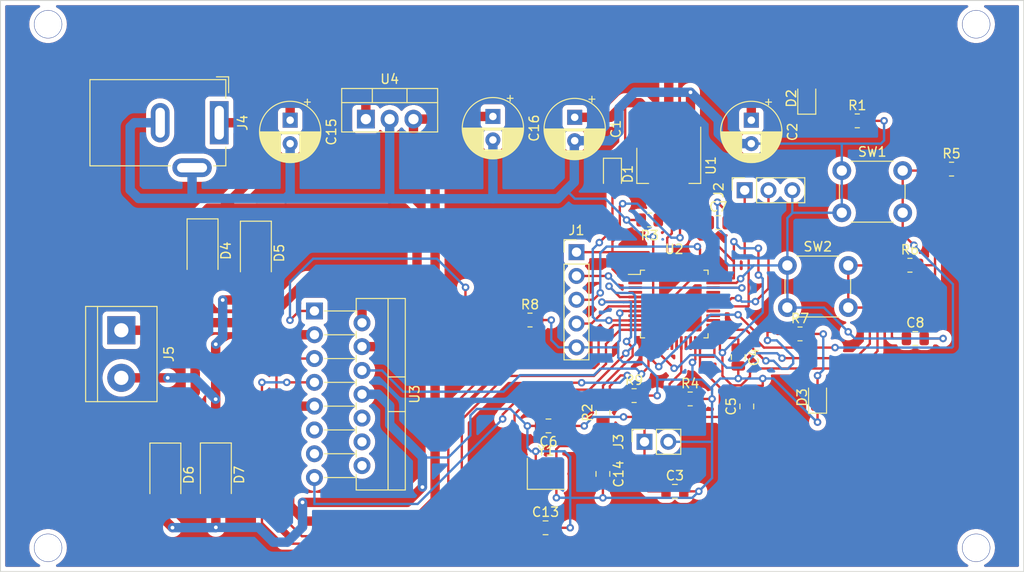
<source format=kicad_pcb>
(kicad_pcb (version 20211014) (generator pcbnew)
  (layers (0 "F.Cu" signal) (31 "B.Cu" signal) (34 "B.Paste" user) (35 "F.Paste" user) (36 "B.SilkS" user "B.Silkscreen") (37 "F.SilkS" user "F.Silkscreen") (38 "B.Mask" user) (39 "F.Mask" user) (44 "Edge.Cuts" user))
  (net 0 "")
  (net 1 "Net-(D2-Pad1)")
  (net 2 "GND")
  (net 3 "OSC_OUT")
  (net 4 "BOOT0")
  (net 5 "BOOT1")
  (net 6 "+3V3")
  (net 7 "DEBUG")
  (net 11 "NRST")
  (net 12 "Btn1")
  (net 13 "Btn2")
  (net 23 "USART1_TX")
  (net 24 "USART1_RX")
  (net 27 "SWDIO")
  (net 28 "SWCLK")
  (net 35 "VCC")
  (net 36 "OSC_IN")
  (net 37 "Net-(C1-Pad1)")
  (net 38 "Net-(C14-Pad1)")
  (net 39 "Net-(D3-Pad2)")
  (net 40 "+12V")
  (net 41 "Net-(D4-Pad2)")
  (net 42 "Net-(D5-Pad2)")
  (net 43 "Net-(R8-Pad1)")
  (net 45 "IN1")
  (net 46 "ENA")
  (net 47 "IN2")
  (net 55 "Net-(R9-Pad1)")
  (net 56 "+5V")
  (footprint "Package_TO_SOT_SMD:SOT-223-3_TabPin2" (layer "F.Cu") (at 104.35 60.8 -90)
    (fp_text reference "U1")
    (fp_text value "AMS1117-3.3")
  )
  (footprint "Resistor_SMD:R_0805_2012Metric" (layer "F.Cu") (at 118.36 78.77)
    (fp_text reference "R7")
    (fp_text value "10k")
  )
  (footprint "Package_TO_SOT_THT:TO-220-3_Vertical" (layer "F.Cu") (at 72.02 55.845)
    (fp_text reference "U4")
    (fp_text value "L7805")
  )
  (footprint "Resistor_SMD:R_0805_2012Metric" (layer "F.Cu") (at 106.6375 85.71)
    (fp_text reference "R4")
    (fp_text value "10k")
  )
  (footprint "Capacitor_SMD:C_0805_2012Metric" (layer "F.Cu") (at 112.68 86.51 90)
    (fp_text reference "C5")
    (fp_text value "100n")
  )
  (footprint "CourseProject_Borisov:SW_PUSH_6mm" (layer "F.Cu") (at 117.01 71.46)
    (fp_text reference "SW2")
    (fp_text value "SW_MEC_5E")
  )
  (footprint "Capacitor_SMD:C_0805_2012Metric" (layer "F.Cu") (at 111.77 81.24 -90)
    (fp_text reference "C4")
    (fp_text value "100n")
  )
  (footprint "Resistor_SMD:R_0805_2012Metric" (layer "F.Cu") (at 134.5325 61.18)
    (fp_text reference "R5")
    (fp_text value "10")
  )
  (footprint "Capacitor_SMD:C_0805_2012Metric" (layer "F.Cu") (at 105.004759 95.575)
    (fp_text reference "C3")
    (fp_text value "100n")
  )
  (footprint "Capacitor_SMD:C_0805_2012Metric" (layer "F.Cu") (at 97.32 93.715 -90)
    (fp_text reference "C14")
    (fp_text value "12")
  )
  (footprint "CourseProject_Borisov:SW_PUSH_6mm" (layer "F.Cu") (at 122.82 61.34)
    (fp_text reference "SW1")
    (fp_text value "SW_MEC_5E")
  )
  (footprint "Capacitor_SMD:C_0805_2012Metric" (layer "F.Cu") (at 109.63 66.89)
    (fp_text reference "C7")
    (fp_text value "100n")
  )
  (footprint "LED_SMD:LED_0805_2012Metric" (layer "F.Cu") (at 120.23 85.5475 90)
    (fp_text reference "D3")
    (fp_text value "DEBUG")
  )
  (footprint "Capacitor_SMD:C_0805_2012Metric" (layer "F.Cu") (at 91.2 99.465)
    (fp_text reference "C13")
    (fp_text value "12")
  )
  (footprint "Diode_SMD:D_SMA" (layer "F.Cu") (at 54.59 69.89 -90)
    (fp_text reference "D4")
    (fp_text value "D_Schottky")
  )
  (footprint "Resistor_SMD:R_0805_2012Metric" (layer "F.Cu") (at 130.0925 71.44)
    (fp_text reference "R6")
    (fp_text value "10")
  )
  (footprint "Capacitor_THT:CP_Radial_D6.3mm_P2.50mm" (layer "F.Cu") (at 63.94 55.96 -90)
    (fp_text reference "C15")
    (fp_text value "330n")
  )
  (footprint "Diode_SMD:D_SMA" (layer "F.Cu") (at 56.01 93.81 -90)
    (fp_text reference "D7")
    (fp_text value "D_Schottky")
  )
  (footprint "Diode_SMD:D_0805_2012Metric" (layer "F.Cu") (at 98.34 61.7075 -90)
    (fp_text reference "D1")
    (fp_text value "D_Schottky_Small")
  )
  (footprint "Capacitor_THT:CP_Radial_D6.3mm_P2.50mm" (layer "F.Cu") (at 94.31 55.65 -90)
    (fp_text reference "C1")
    (fp_text value "100n")
  )
  (footprint "LED_SMD:LED_0805_2012Metric" (layer "F.Cu") (at 119.08 53.6325 90)
    (fp_text reference "D2")
    (fp_text value "LED_Small")
  )
  (footprint "Capacitor_THT:CP_Radial_D6.3mm_P2.50mm" (layer "F.Cu") (at 113.16 55.96 -90)
    (fp_text reference "C2")
    (fp_text value "100n")
  )
  (footprint "Connector_PinSocket_2.54mm:PinSocket_1x03_P2.54mm_Vertical" (layer "F.Cu") (at 112.455 63.435 90)
    (fp_text reference "J2")
    (fp_text value "USART1")
  )
  (footprint "TerminalBlock:TerminalBlock_bornier-2_P5.08mm" (layer "F.Cu") (at 45.92 78.38 -90)
    (fp_text reference "J5")
    (fp_text value "Screw_Terminal_01x02")
  )
  (footprint "Capacitor_SMD:C_0805_2012Metric" (layer "F.Cu") (at 130.664759 79.26)
    (fp_text reference "C8")
    (fp_text value "100n")
  )
  (footprint "Crystal:Crystal_SMD_3225-4Pin_3.2x2.5mm" (layer "F.Cu") (at 91.254759 93.705)
    (fp_text reference "Y1")
    (fp_text value "16 MHz")
  )
  (footprint "Capacitor_THT:CP_Radial_D6.3mm_P2.50mm" (layer "F.Cu") (at 85.58 55.56 -90)
    (fp_text reference "C16")
    (fp_text value "100n")
  )
  (footprint "Connector_PinSocket_2.54mm:PinSocket_1x02_P2.54mm_Vertical" (layer "F.Cu") (at 101.76 90.285 90)
    (fp_text reference "J3")
    (fp_text value "3V3")
  )
  (footprint "Package_TO_SOT_THT:TO-220-15_P2.54x2.54mm_StaggerOdd_Lead4.58mm_Vertical" (layer "F.Cu") (at 66.53 76.32 -90)
    (fp_text reference "U3")
    (fp_text value "L298HN")
  )
  (footprint "Connector_PinHeader_2.54mm:PinHeader_1x05_P2.54mm_Vertical" (layer "F.Cu") (at 94.5 70.045)
    (fp_text reference "J1")
    (fp_text value "SWD")
  )
  (footprint "Diode_SMD:D_SMA" (layer "F.Cu") (at 60.28 70.14 -90)
    (fp_text reference "D5")
    (fp_text value "D_Schottky")
  )
  (footprint "Resistor_SMD:R_0805_2012Metric" (layer "F.Cu") (at 102.3175 66.61 180)
    (fp_text reference "R3")
    (fp_text value "10k")
  )
  (footprint "Resistor_SMD:R_0805_2012Metric" (layer "F.Cu") (at 89.54 77.29)
    (fp_text reference "R8")
    (fp_text value "10")
  )
  (footprint "Resistor_SMD:R_0805_2012Metric" (layer "F.Cu") (at 100.6525 85.355)
    (fp_text reference "R9")
    (fp_text value "10")
  )
  (footprint "Connector_BarrelJack:BarrelJack_GCT_DCJ200-10-A_Horizontal" (layer "F.Cu") (at 56.37 56.23 -90)
    (fp_text reference "J4")
    (fp_text value "Barrel_Jack_Switch")
  )
  (footprint "Package_QFP:LQFP-48_7x7mm_P0.5mm" (layer "F.Cu") (at 104.934759 75.58)
    (fp_text reference "U2")
    (fp_text value "STM32F103C8Tx")
  )
  (footprint "Resistor_SMD:R_0805_2012Metric" (layer "F.Cu") (at 124.4725 56.03)
    (fp_text reference "R1")
    (fp_text value "1k")
  )
  (footprint "Diode_SMD:D_SMA" (layer "F.Cu") (at 50.62 93.82 -90)
    (fp_text reference "D6")
    (fp_text value "D_Schottky")
  )
  (footprint "Capacitor_SMD:C_0805_2012Metric" (layer "F.Cu") (at 91.51 88.59 180)
    (fp_text reference "C6")
    (fp_text value "100n")
  )
  (footprint "Resistor_SMD:R_0805_2012Metric" (layer "F.Cu") (at 97.33 87.17 90)
    (fp_text reference "R2")
    (fp_text value "220")
  )
  (gr_rect (start 33.02 43.18) (end 142.24 104.14) (layer "Edge.Cuts") (width 0.1) (fill none))
  (via (at 137.16 45.72) (size 3) (drill 2.9) (layers "F.Cu" "B.Cu") (net 0))
  (via (at 38.1 101.6) (size 3) (drill 2.9) (layers "F.Cu" "B.Cu") (net 0))
  (via (at 38.1 45.72) (size 3) (drill 2.9) (layers "F.Cu" "B.Cu") (net 0))
  (via (at 137.16 101.6) (size 3) (drill 2.9) (layers "F.Cu" "B.Cu") (net 0))
  (segment (start 119.08 55.96) (end 119.15 56.03) (width 0.25) (layer "F.Cu") (net 1))
  (segment (start 119.15 56.03) (end 123.56 56.03) (width 0.25) (layer "F.Cu") (net 1))
  (segment (start 119.08 54.57) (end 119.08 55.96) (width 0.25) (layer "F.Cu") (net 1))
  (segment (start 102.69 71.412259) (end 102.684759 71.4175) (width 0.25) (layer "F.Cu") (net 2))
  (segment (start 114.38 83.53) (end 114.38 84.31) (width 0.25) (layer "F.Cu") (net 2))
  (segment (start 107.184759 79.7425) (end 107.184759 81.505241) (width 0.25) (layer "F.Cu") (net 2))
  (segment (start 99.3445 76.33) (end 99.12 76.5545) (width 0.25) (layer "F.Cu") (net 2))
  (segment (start 110.27 65.44) (end 110.27 65.49) (width 0.25) (layer "F.Cu") (net 2))
  (segment (start 90.56 88.59) (end 89.26 88.59) (width 0.25) (layer "F.Cu") (net 2))
  (segment (start 100.772259 76.33) (end 102 76.33) (width 0.25) (layer "F.Cu") (net 2))
  (segment (start 105.954759 95.575) (end 107.555 95.575) (width 0.25) (layer "F.Cu") (net 2))
  (segment (start 100.772259 76.33) (end 99.3445 76.33) (width 0.25) (layer "F.Cu") (net 2))
  (segment (start 92.15 99.465) (end 93.825 99.465) (width 0.25) (layer "F.Cu") (net 2))
  (segment (start 76.43 96.75) (end 78.06 95.12) (width 1) (layer "F.Cu") (net 2))
  (segment (start 93.825 99.465) (end 93.83 99.46) (width 0.25) (layer "F.Cu") (net 2))
  (segment (start 97.32 94.665) (end 97.32 96.27) (width 0.25) (layer "F.Cu") (net 2))
  (segment (start 50.62 95.82) (end 50.62 97.86) (width 1) (layer "F.Cu") (net 2))
  (segment (start 111.49 65.58) (end 111.76 65.85) (width 0.25) (layer "F.Cu") (net 2))
  (segment (start 111.76 66.64) (end 111.51 66.89) (width 0.25) (layer "F.Cu") (net 2))
  (segment (start 50.62 97.86) (end 50.62 98.69) (width 1) (layer "F.Cu") (net 2))
  (segment (start 111.77 82.19) (end 111.77 83.53) (width 0.25) (layer "F.Cu") (net 2))
  (segment (start 92.354759 96.254759) (end 92.36 96.26) (width 0.25) (layer "F.Cu") (net 2))
  (segment (start 102.684759 75.645241) (end 102.684759 71.4175) (width 0.25) (layer "F.Cu") (net 2))
  (segment (start 90.154759 92.855) (end 90.154759 91.304759) (width 0.25) (layer "F.Cu") (net 2))
  (segment (start 111.51 66.89) (end 110.58 66.89) (width 0.25) (layer "F.Cu") (net 2))
  (segment (start 107.555 95.575) (end 107.56 95.57) (width 0.25) (layer "F.Cu") (net 2))
  (segment (start 131.614759 79.26) (end 133.63 79.26) (width 0.25) (layer "F.Cu") (net 2))
  (segment (start 90.154759 91.304759) (end 90.15 91.3) (width 0.25) (layer "F.Cu") (net 2))
  (segment (start 106.67 52.98) (end 106.67 57.63) (width 1) (layer "F.Cu") (net 2))
  (segment (start 50.62 98.69) (end 51.38 99.45) (width 1) (layer "F.Cu") (net 2))
  (segment (start 106.67 57.63) (end 106.65 57.65) (width 1) (layer "F.Cu") (net 2))
  (segment (start 107.55 85.71) (end 108.97 85.71) (width 0.25) (layer "F.Cu") (net 2))
  (segment (start 112.68 84.31) (end 112.68 85.56) (width 0.25) (layer "F.Cu") (net 2))
  (segment (start 101.405 66.61) (end 99.85 66.61) (width 0.25) (layer "F.Cu") (net 2))
  (segment (start 56.01 99.42) (end 56.01 95.81) (width 1) (layer "F.Cu") (net 2))
  (segment (start 109.097259 73.33) (end 111.56639 73.33) (width 0.25) (layer "F.Cu") (net 2))
  (segment (start 65.26 96.75) (end 76.43 96.75) (width 1) (layer "F.Cu") (net 2))
  (segment (start 102.69 68.39) (end 102.69 71.412259) (width 0.25) (layer "F.Cu") (net 2))
  (segment (start 111.76 65.85) (end 111.76 66.64) (width 0.25) (layer "F.Cu") (net 2))
  (segment (start 101.565 85.355) (end 103.115 85.355) (width 0.25) (layer "F.Cu") (net 2))
  (segment (start 111.56639 73.33) (end 112.023213 72.873177) (width 0.25) (layer "F.Cu") (net 2))
  (segment (start 120.23 86.485) (end 120.23 88.19) (width 0.25) (layer "F.Cu") (net 2))
  (segment (start 92.354759 94.555) (end 92.354759 96.254759) (width 0.25) (layer "F.Cu") (net 2))
  (segment (start 125.385 56.03) (end 127.32 56.03) (width 0.25) (layer "F.Cu") (net 2))
  (segment (start 114.38 84.31) (end 112.68 84.31) (width 0.25) (layer "F.Cu") (net 2))
  (segment (start 107.184759 81.505241) (end 106.88 81.81) (width 0.25) (layer "F.Cu") (net 2))
  (segment (start 102 76.33) (end 102.684759 75.645241) (width 0.25) (layer "F.Cu") (net 2))
  (segment (start 90.4525 77.29) (end 91.81 77.29) (width 0.25) (layer "F.Cu") (net 2))
  (segment (start 109.54 64.71) (end 110.27 65.44) (width 0.25) (layer "F.Cu") (net 2))
  (segment (start 110.27 65.49) (end 110.36 65.58) (width 0.25) (layer "F.Cu") (net 2))
  (segment (start 110.36 65.58) (end 111.49 65.58) (width 0.25) (layer "F.Cu") (net 2))
  (segment (start 127.32 56.03) (end 127.33 56.02) (width 0.25) (layer "F.Cu") (net 2))
  (segment (start 103.115 85.355) (end 103.12 85.36) (width 0.25) (layer "F.Cu") (net 2))
  (via (at 133.63 79.26) (size 0.8) (drill 0.4) (layers "F.Cu" "B.Cu") (net 2))
  (via (at 108.97 85.71) (size 0.8) (drill 0.4) (layers "F.Cu" "B.Cu") (net 2))
  (via (at 107.56 95.57) (size 0.8) (drill 0.4) (layers "F.Cu" "B.Cu") (net 2))
  (via (at 102.69 68.39) (size 0.8) (drill 0.4) (layers "F.Cu" "B.Cu") (net 2))
  (via (at 90.15 91.3) (size 0.8) (drill 0.4) (layers "F.Cu" "B.Cu") (net 2))
  (via (at 89.26 88.59) (size 0.8) (drill 0.4) (layers "F.Cu" "B.Cu") (net 2))
  (via (at 109.54 64.71) (size 0.8) (drill 0.4) (layers "F.Cu" "B.Cu") (net 2))
  (via (at 112.023213 72.873177) (size 0.8) (drill 0.4) (layers "F.Cu" "B.Cu") (net 2))
  (via (at 93.83 99.46) (size 0.8) (drill 0.4) (layers "F.Cu" "B.Cu") (net 2))
  (via (at 65.26 96.75) (size 0.8) (drill 0.4) (layers "F.Cu" "B.Cu") (net 2))
  (via (at 97.32 96.27) (size 0.8) (drill 0.4) (layers "F.Cu" "B.Cu") (net 2))
  (via (at 99.12 76.5545) (size 0.8) (drill 0.4) (layers "F.Cu" "B.Cu") (net 2))
  (via (at 106.88 81.81) (size 0.8) (drill 0.4) (layers "F.Cu" "B.Cu") (net 2))
  (via (at 51.38 99.45) (size 0.8) (drill 0.4) (layers "F.Cu" "B.Cu") (net 2))
  (via (at 114.38 83.53) (size 0.8) (drill 0.4) (layers "F.Cu" "B.Cu") (net 2))
  (via (at 78.06 95.12) (size 0.8) (drill 0.4) (layers "F.Cu" "B.Cu") (net 2))
  (via (at 91.81 77.29) (size 0.8) (drill 0.4) (layers "F.Cu" "B.Cu") (net 2))
  (via (at 99.85 66.61) (size 0.8) (drill 0.4) (layers "F.Cu" "B.Cu") (net 2))
  (via (at 127.33 56.02) (size 0.8) (drill 0.4) (layers "F.Cu" "B.Cu") (net 2))
  (via (at 103.12 85.36) (size 0.8) (drill 0.4) (layers "F.Cu" "B.Cu") (net 2))
  (via (at 92.36 96.26) (size 0.8) (drill 0.4) (layers "F.Cu" "B.Cu") (net 2))
  (via (at 106.67 52.98) (size 0.8) (drill 0.4) (layers "F.Cu" "B.Cu") (net 2))
  (via (at 56.01 99.42) (size 0.8) (drill 0.4) (layers "F.Cu" "B.Cu") (net 2))
  (via (at 123.5 78.55) (size 0.8) (drill 0.4) (layers "F.Cu" "B.Cu") (net 2))
  (via (at 120.23 88.19) (size 0.8) (drill 0.4) (layers "F.Cu" "B.Cu") (net 2))
  (via (at 111.77 83.53) (size 0.8) (drill 0.4) (layers "F.Cu" "B.Cu") (net 2))
  (segment (start 93.41 63.42) (end 94.27 62.56) (width 1) (layer "B.Cu") (net 2))
  (segment (start 106.86 96.27) (end 107.56 95.57) (width 0.25) (layer "B.Cu") (net 2))
  (segment (start 93.83 96.27) (end 93.82 96.26) (width 0.25) (layer "B.Cu") (net 2))
  (segment (start 120.23 88.19) (end 120.18 88.19) (width 0.25) (layer "B.Cu") (net 2))
  (segment (start 108.97 94.16) (end 108.97 90.25) (width 0.25) (layer "B.Cu") (net 2))
  (segment (start 46.86 63.4) (end 47.77 64.31) (width 1) (layer "B.Cu") (net 2))
  (segment (start 74.56 88.437258) (end 74.56 86.44) (width 1) (layer "B.Cu") (net 2))
  (segment (start 93.83 91.89) (end 93.24 91.3) (width 0.25) (layer "B.Cu") (net 2))
  (segment (start 74.54 64.32) (end 74.56 64.34) (width 1) (layer "B.Cu") (net 2))
  (segment (start 101.63 68.39) (end 102.69 68.39) (width 0.25) (layer "B.Cu") (net 2))
  (segment (start 63.64 101) (end 65.26 99.38) (width 1) (layer "B.Cu") (net 2))
  (segment (start 85.58 64.34) (end 92.49 64.34) (width 1) (layer "B.Cu") (net 2))
  (segment (start 63.46 64.32) (end 74.54 64.32) (width 1) (layer "B.Cu") (net 2))
  (segment (start 117.57 65.84) (end 117.535 65.875) (width 0.25) (layer "B.Cu") (net 2))
  (segment (start 117.01 71.46) (end 117.01 66.4) (width 0.25) (layer "B.Cu") (net 2))
  (segment (start 78.06 91.9) (end 76.33 90.17) (width 1) (layer "B.Cu") (net 2))
  (segment (start 55.98 99.45) (end 56.01 99.42) (width 1) (layer "B.Cu") (net 2))
  (segment (start 78.06 95.12) (end 78.06 91.9) (width 1) (layer "B.Cu") (net 2))
  (segment (start 93.83 96.27) (end 93.83 91.89) (width 0.25) (layer "B.Cu") (net 2))
  (segment (start 103.12 85.36) (end 103.12 83.61) (width 0.25) (layer "B.Cu") (net 2))
  (segment (start 98.955 80.205) (end 94.5 80.205) (width 0.25) (layer "B.Cu") (net 2))
  (segment (start 108.97 85.71) (end 108.97 84.72) (width 0.25) (layer "B.Cu") (net 2))
  (segment (start 106.89 83.65) (end 106.88 83.64) (width 0.25) (layer "B.Cu") (net 2))
  (segment (start 113.43639 71.46) (end 117.01 71.46) (width 0.25) (layer "B.Cu") (net 2))
  (segment (start 87.45 86.78) (end 89.26 88.59) (width 0.25) (layer "B.Cu") (net 2))
  (segment (start 53.47 64.31) (end 63.45 64.31) (width 1) (layer "B.Cu") (net 2))
  (segment (start 78.12 91.96) (end 80.82 91.96) (width 0.25) (layer "B.Cu") (net 2))
  (segment (start 91.81 77.29) (end 91.81 79.42) (width 0.25) (layer "B.Cu") (net 2))
  (segment (start 106.89 83.65) (end 103.16 83.65) (width 0.25) (layer "B.Cu") (net 2))
  (segment (start 124.21 79.26) (end 123.5 78.55) (width 0.25) (layer "B.Cu") (net 2))
  (segment (start 60.57 99.42) (end 62.15 101) (width 1) (layer "B.Cu") (net 2))
  (segment (start 89.65 91.3) (end 90.15 91.3) (width 0.25) (layer "B.Cu") (net 2))
  (segment (start 94.31 58.15) (end 98.08 58.15) (width 1) (layer "B.Cu") (net 2))
  (segment (start 103.16 83.65) (end 103.12 83.61) (width 0.25) (layer "B.Cu") (net 2))
  (segment (start 99.12 79.47) (end 98.955 79.635) (width 0.25) (layer "B.Cu") (net 2))
  (segment (start 122.82 65.84) (end 117.57 65.84) (width 0.25) (layer "B.Cu") (net 2))
  (segment (start 99.85 66.61) (end 101.63 68.39) (width 0.25) (layer "B.Cu") (net 2))
  (segment (start 99.12 76.5545) (end 99.12 79.47) (width 0.25) (layer "B.Cu") (net 2))
  (segment (start 73.33 85.21) (end 71.61 85.21) (width 1) (layer "B.Cu") (net 2))
  (segment (start 98.955 81.295) (end 98.955 80.205) (width 0.25) (layer "B.Cu") (net 2))
  (segment (start 108.97 90.25) (end 108.97 85.71) (width 0.25) (layer "B.Cu") (net 2))
  (segment (start 104.3 90.285) (end 108.935 90.285) (width 0.25) (layer "B.Cu") (net 2))
  (segment (start 76.33 90.17) (end 78.12 91.96) (width 0.25) (layer "B.Cu") (net 2))
  (segment (start 83.18 87.46) (end 83.86 86.78) (width 0.25) (layer "B.Cu") (net 2))
  (segment (start 113.16 58.46) (end 122.65 58.46) (width 0.25) (layer "B.Cu") (net 2))
  (segment (start 46.86 56.68) (end 46.86 63.4) (width 1) (layer "B.Cu") (net 2))
  (segment (start 47.31 56.23) (end 46.86 56.68) (width 1) (layer "B.Cu") (net 2))
  (segment (start 62.15 101) (end 63.64 101) (width 1) (layer "B.Cu") (net 2))
  (segment (start 93.24 91.3) (end 90.15 91.3) (width 0.25) (layer "B.Cu") (net 2))
  (segment (start 110.42 71.11) (end 110.42 68.3) (width 0.25) (layer "B.Cu") (net 2))
  (segment (start 98.08 58.15) (end 99.03 57.2) (width 1) (layer "B.Cu") (net 2))
  (segment (start 93.41 63.42) (end 94.33 64.34) (width 0.25) (layer "B.Cu") (net 2))
  (segment (start 109.63 55.94) (end 106.67 52.98) (width 1) (layer "B.Cu") (net 2))
  (segment (start 109.86 83.53) (end 111.77 83.53) (width 0.25) (layer "B.Cu") (net 2))
  (segment (start 85.58 64.34) (end 85.58 58.06) (width 1) (layer "B.Cu") (net 2))
  (segment (start 110.73 58.46) (end 109.63 57.36) (width 1) (layer "B.Cu") (net 2))
  (segment (start 65.26 99.38) (end 65.26 96.75) (width 1) (layer "B.Cu") (net 2))
  (segment (start 122.82 61.34) (end 122.82 58.52) (width 0.25) (layer "B.Cu") (net 2))
  (segment (start 108.97 84.72) (end 107.9 83.65) (width 0.25) (layer "B.Cu") (net 2))
  (segment (start 50.07 56.23) (end 47.31 56.23) (width 1) (layer "B.Cu") (net 2))
  (segment (start 63.45 64.31) (end 63.46 64.32) (width 1) (layer "B.Cu") (net 2))
  (segment (start 117.01 66.4) (end 117.535 65.875) (width 0.25) (layer "B.Cu") (net 2))
  (segment (start 99.03 54.68) (end 100.73 52.98) (width 1) (layer "B.Cu") (net 2))
  (segment (start 98.955 79.635) (end 98.955 80.205) (width 0.25) (layer "B.Cu") (net 2))
  (segment (start 97.58 64.34) (end 99.85 66.61) (width 0.25) (layer "B.Cu") (net 2))
  (segment (start 127.33 56.02) (end 127.33 58.12) (width 0.25) (layer "B.Cu") (net 2))
  (segment (start 94.33 64.34) (end 97.58 64.34) (width 0.25) (layer "B.Cu") (net 2))
  (segment (start 103.12 83.41) (end 103.13 83.4) (width 0.25) (layer "B.Cu") (net 2))
  (segment (start 107.56 95.57) (end 108.97 94.16) (width 0.25) (layer "B.Cu") (net 2))
  (segment (start 93.82 96.26) (end 92.36 96.26) (width 0.25) (layer "B.Cu") (net 2))
  (segment (start 89.26 88.59) (end 89.26 90.91) (width 0.25) (layer "B.Cu") (net 2))
  (segment (start 83.86 86.78) (end 87.45 86.78) (width 0.25) (layer "B.Cu") (net 2))
  (segment (start 56.01 99.42) (end 60.57 99.42) (width 1) (layer "B.Cu") (net 2))
  (segment (start 76.292742 90.17) (end 74.56 88.437258) (width 1) (layer "B.Cu") (net 2))
  (segment (start 80.82 91.96) (end 83.18 89.6) (width 0.25) (layer "B.Cu") (net 2))
  (segment (start 122.82 58.52) (end 122.88 58.46) (width 0.25) (layer "B.Cu") (net 2))
  (segment (start 89.26 90.91) (end 89.65 91.3) (width 0.25) (layer "B.Cu") (net 2))
  (segment (start 63.94 63.82) (end 63.94 58.46) (width 1) (layer "B.Cu") (net 2))
  (segment (start 93.83 99.46) (end 93.83 96.27) (width 0.25) (layer "B.Cu") (net 2))
  (segment (start 120.91 75.96) (end 117.01 75.96) (width 0.25) (layer "B.Cu") (net 2))
  (segment (start 120.18 88.19) (end 115.52 83.53) (width 0.25) (layer "B.Cu") (net 2))
  (segment (start 122.88 58.46) (end 122.65 58.46) (width 0.25) (layer "B.Cu") (net 2))
  (segment (start 107.9 83.65) (end 106.89 83.65) (width 0.25) (layer "B.Cu") (net 2))
  (segment (start 108.97 84.42) (end 109.86 83.53) (width 0.25) (layer "B.Cu") (net 2))
  (segment (start 123.5 78.55) (end 120.91 75.96) (width 0.25) (layer "B.Cu") (net 2))
  (segment (start 100.73 52.98) (end 106.67 52.98) (width 1) (layer "B.Cu") (net 2))
  (segment (start 110.42 68.3) (end 109.54 67.42) (width 0.25) (layer "B.Cu") (net 2))
  (segment (start 91.81 79.42) (end 92.595 80.205) (width 0.25) (layer "B.Cu") (net 2))
  (segment (start 47.77 64.31) (end 53.47 64.31) (width 1) (layer "B.Cu") (net 2))
  (segment (start 51.38 99.45) (end 55.98 99.45) (width 1) (layer "B.Cu") (net 2))
  (segment (start 97.32 96.27) (end 106.86 96.27) (width 0.25) (layer "B.Cu") (net 2))
  (segment (start 122.82 65.84) (end 122.82 61.34) (width 0.25) (layer "B.Cu") (net 2))
  (segment (start 83.18 89.6) (end 83.18 87.46) (width 0.25) (layer "B.Cu") (net 2))
  (segment (start 103.13 83.4) (end 101.51 81.78) (width 0.25) (layer "B.Cu") (net 2))
  (segment (start 53.47 64.31) (end 53.47 61.03) (width 1) (layer "B.Cu") (net 2))
  (segment (start 76.33 90.17) (end 76.292742 90.17) (width 1) (layer "B.Cu") (net 2))
  (segment (start 94.27 58.19) (end 94.31 58.15) (width 1) (layer "B.Cu") (net 2))
  (segment (start 74.56 86.44) (end 73.33 85.21) (width 1) (layer "B.Cu") (net 2))
  (segment (start 133.63 79.26) (end 124.21 79.26) (width 0.25) (layer "B.Cu") (net 2))
  (segment (start 113.43639 71.46) (end 110.77 71.46) (width 0.25) (layer "B.Cu") (net 2))
  (segment (start 117.535 65.875) (end 117.535 63.435) (width 0.25) (layer "B.Cu") (net 2))
  (segment (start 108.97 84.72) (end 108.97 84.42) (width 0.25) (layer "B.Cu") (net 2))
  (segment (start 127.33 58.12) (end 126.99 58.46) (width 0.25) (layer "B.Cu") (net 2))
  (segment (start 111.77 83.53) (end 114.38 83.53) (width 0.25) (layer "B.Cu") (net 2))
  (segment (start 94.27 62.56) (end 94.27 58.19) (width 1) (layer "B.Cu") (net 2))
  (segment (start 74.56 64.34) (end 85.58 64.34) (width 1) (layer "B.Cu") (net 2))
  (segment (start 112.023213 72.873177) (end 113.43639 71.46) (width 0.25) (layer "B.Cu") (net 2))
  (segment (start 99.44 81.78) (end 98.955 81.295) (width 0.25) (layer "B.Cu") (net 2))
  (segment (start 110.77 71.46) (end 110.42 71.11) (width 0.25) (layer "B.Cu") (net 2))
  (segment (start 106.88 83.64) (end 106.88 81.81) (width 0.25) (layer "B.Cu") (net 2))
  (segment (start 126.99 58.46) (end 122.88 58.46) (width 0.25) (layer "B.Cu") (net 2))
  (segment (start 109.54 67.42) (end 109.54 64.71) (width 0.25) (layer "B.Cu") (net 2))
  (segment (start 63.45 64.31) (end 63.94 63.82) (width 1) (layer "B.Cu") (net 2))
  (segment (start 74.56 64.34) (end 74.56 55.845) (width 1) (layer "B.Cu") (net 2))
  (segment (start 117.01 71.46) (end 117.01 75.96) (width 0.25) (layer "B.Cu") (net 2))
  (segment (start 99.03 57.2) (end 99.03 54.68) (width 1) (layer "B.Cu") (net 2))
  (segment (start 113.16 58.46) (end 110.73 58.46) (width 1) (layer "B.Cu") (net 2))
  (segment (start 115.52 83.53) (end 114.38 83.53) (width 0.25) (layer "B.Cu") (net 2))
  (segment (start 92.49 64.34) (end 93.41 63.42) (width 1) (layer "B.Cu") (net 2))
  (segment (start 92.595 80.205) (end 94.5 80.205) (width 0.25) (layer "B.Cu") (net 2))
  (segment (start 108.935 90.285) (end 108.97 90.25) (width 0.25) (layer "B.Cu") (net 2))
  (segment (start 103.12 83.61) (end 103.12 83.41) (width 0.25) (layer "B.Cu") (net 2))
  (segment (start 97.32 96.27) (end 93.83 96.27) (width 0.25) (layer "B.Cu") (net 2))
  (segment (start 109.63 57.36) (end 109.63 55.94) (width 1) (layer "B.Cu") (net 2))
  (segment (start 101.51 81.78) (end 99.44 81.78) (width 0.25) (layer "B.Cu") (net 2))
  (segment (start 100.495 81.065) (end 100.494511 81.065489) (width 0.25) (layer "F.Cu") (net 3))
  (segment (start 99.8445 79.58) (end 100.495 80.2305) (width 0.25) (layer "F.Cu") (net 3))
  (segment (start 97.25979 75.33) (end 97.215884 75.373906) (width 0.25) (layer "F.Cu") (net 3))
  (segment (start 100.494511 81.130103) (end 97.33 84.294614) (width 0.25) (layer "F.Cu") (net 3))
  (segment (start 100.495 80.2305) (end 100.495 81.065) (width 0.25) (layer "F.Cu") (net 3))
  (segment (start 100.494511 81.065489) (end 100.494511 81.130103) (width 0.25) (layer "F.Cu") (net 3))
  (segment (start 97.33 84.294614) (end 97.33 86.2575) (width 0.25) (layer "F.Cu") (net 3))
  (segment (start 100.772259 75.33) (end 97.25979 75.33) (width 0.25) (layer "F.Cu") (net 3))
  (via (at 99.8445 79.58) (size 0.8) (drill 0.4) (layers "F.Cu" "B.Cu") (net 3))
  (via (at 97.215884 75.373906) (size 0.8) (drill 0.4) (layers "F.Cu" "B.Cu") (net 3))
  (segment (start 99.52 75.38) (end 100.32 75.38) (width 0.25) (layer "B.Cu") (net 3))
  (segment (start 100.32 79.1045) (end 99.8445 79.58) (width 0.25) (layer "B.Cu") (net 3))
  (segment (start 97.215884 75.373906) (end 99.513906 75.373906) (width 0.25) (layer "B.Cu") (net 3))
  (segment (start 99.513906 75.373906) (end 99.52 75.38) (width 0.25) (layer "B.Cu") (net 3))
  (segment (start 100.32 75.38) (end 100.32 79.1045) (width 0.25) (layer "B.Cu") (net 3))
  (segment (start 103.23 66.61) (end 104.31 66.61) (width 0.25) (layer "F.Cu") (net 4))
  (segment (start 104.68 66.98) (end 104.68 68.04) (width 0.25) (layer "F.Cu") (net 4))
  (segment (start 104.68 68.04) (end 104.184759 68.535241) (width 0.25) (layer "F.Cu") (net 4))
  (segment (start 104.31 66.61) (end 104.68 66.98) (width 0.25) (layer "F.Cu") (net 4))
  (segment (start 104.184759 68.535241) (end 104.184759 71.4175) (width 0.25) (layer "F.Cu") (net 4))
  (segment (start 104.44 84.11) (end 105.684759 82.865241) (width 0.25) (layer "F.Cu") (net 5))
  (segment (start 104.73 85.71) (end 104.44 85.42) (width 0.25) (layer "F.Cu") (net 5))
  (segment (start 105.684759 82.865241) (end 105.684759 79.7425) (width 0.25) (layer "F.Cu") (net 5))
  (segment (start 105.725 85.71) (end 104.73 85.71) (width 0.25) (layer "F.Cu") (net 5))
  (segment (start 104.44 85.42) (end 104.44 84.11) (width 0.25) (layer "F.Cu") (net 5))
  (segment (start 111.77 79.38) (end 111.58 79.19) (width 0.25) (layer "F.Cu") (net 6))
  (segment (start 108.68 66.89) (end 105.87 66.89) (width 0.25) (layer "F.Cu") (net 6))
  (segment (start 111.3 71.06) (end 111.3 72.83) (width 0.25) (layer "F.Cu") (net 6))
  (segment (start 136.45 61.18) (end 136.73 61.46) (width 0.25) (layer "F.Cu") (net 6))
  (segment (start 98.34 70.04) (end 98.35 70.05) (width 0.25) (layer "F.Cu") (net 6))
  (segment (start 111.58 79.19) (end 109.81 79.19) (width 0.25) (layer "F.Cu") (net 6))
  (segment (start 111.3 72.83) (end 109.097259 72.83) (width 0.25) (layer "F.Cu") (net 6))
  (segment (start 102.165 95.575) (end 104.054759 95.575) (width 0.25) (layer "F.Cu") (net 6))
  (segment (start 135.445 61.18) (end 136.45 61.18) (width 0.25) (layer "F.Cu") (net 6))
  (segment (start 136.73 61.46) (end 136.73 65.65) (width 0.25) (layer "F.Cu") (net 6))
  (segment (start 109.8 84.48) (end 109.8 87.55) (width 0.25) (layer "F.Cu") (net 6))
  (segment (start 128.31 77.39) (end 132.5 77.39) (width 0.25) (layer "F.Cu") (net 6))
  (segment (start 105.55 66.57) (end 105.55 68.5) (width 0.25) (layer "F.Cu") (net 6))
  (segment (start 102.84 76.83) (end 106.84 72.83) (width 0.25) (layer "F.Cu") (net 6))
  (segment (start 113.16 50.74) (end 113.16 55.96) (width 1) (layer "F.Cu") (net 6))
  (segment (start 124.78 82.46) (end 113.45 82.46) (width 0.25) (layer "F.Cu") (net 6))
  (segment (start 113.92 72.49) (end 113.92 69.63) (width 0.25) (layer "F.Cu") (net 6))
  (segment (start 105.87 66.89) (end 107.67 68.69) (width 0.25) (layer "F.Cu") (net 6))
  (segment (start 109.22 79.78) (end 109.22 81.14) (width 0.25) (layer "F.Cu") (net 6))
  (segment (start 109.154759 81.205241) (end 107.684759 81.205241) (width 0.25) (layer "F.Cu") (net 6))
  (segment (start 111.77 80.29) (end 111.77 79.38) (width 0.25) (layer "F.Cu") (net 6))
  (segment (start 132.77 71.44) (end 131.005 71.44) (width 0.25) (layer "F.Cu") (net 6))
  (segment (start 109.81 79.19) (end 109.22 79.78) (width 0.25) (layer "F.Cu") (net 6))
  (segment (start 132.77 69.6) (end 132.77 71.44) (width 0.25) (layer "F.Cu") (net 6))
  (segment (start 112.064614 84.26) (end 111.09 84.26) (width 0.25) (layer "F.Cu") (net 6))
  (segment (start 98.35 70.05) (end 98.345 70.045) (width 0.25) (layer "F.Cu") (net 6))
  (segment (start 99.43 64.87) (end 99.125 65.175) (width 0.25) (layer "F.Cu") (net 6))
  (segment (start 133.55 68.82) (end 132.77 69.6) (width 0.25) (layer "F.Cu") (net 6))
  (segment (start 104.37 65.39) (end 105.87 66.89) (width 0.25) (layer "F.Cu") (net 6))
  (segment (start 104.35 57.65) (end 104.35 63.95) (width 0.25) (layer "F.Cu") (net 6))
  (segment (start 109.8 87.55) (end 109.72 87.63) (width 0.25) (layer "F.Cu") (net 6))
  (segment (start 113.45 82.46) (end 113.02 82.89) (width 0.25) (layer "F.Cu") (net 6))
  (segment (start 132.77 77.12) (end 132.77 71.44) (width 0.25) (layer "F.Cu") (net 6))
  (segment (start 99.52 87.63) (end 101.74 87.63) (width 0.25) (layer "F.Cu") (net 6))
  (segment (start 119.08 51.01) (end 118.81 50.74) (width 0.25) (layer "F.Cu") (net 6))
  (segment (start 104.35 65.37) (end 104.37 65.39) (width 0.25) (layer "F.Cu") (net 6))
  (segment (start 106.84 72.83) (end 109.097259 72.83) (width 0.25) (layer "F.Cu") (net 6))
  (segment (start 109.81 80.5) (end 110.08 80.77) (width 0.25) (layer "F.Cu") (net 6))
  (segment (start 107.684759 81.205241) (end 107.684759 82.364759) (width 0.25) (layer "F.Cu") (net 6))
  (segment (start 111.09 84.26) (end 110.08 83.25) (width 0.25) (layer "F.Cu") (net 6))
  (segment (start 111.3 68.92) (end 111.3 71.06) (width 0.25) (layer "F.Cu") (net 6))
  (segment (start 101.76 90.285) (end 101.76 95.17) (width 0.25) (layer "F.Cu") (net 6))
  (segment (start 108.93 68.69) (end 111.3 71.06) (width 0.25) (layer "F.Cu") (net 6))
  (segment (start 109.22 81.14) (end 109.154759 81.205241) (width 0.25) (layer "F.Cu") (net 6))
  (segment (start 112.86 50.44) (end 113.16 50.74) (width 1) (layer "F.Cu") (net 6))
  (segment (start 136.73 65.65) (end 133.56 68.82) (width 0.25) (layer "F.Cu") (net 6))
  (segment (start 110.08 83.25) (end 110.08 80.77) (width 0.25) (layer "F.Cu") (net 6))
  (segment (start 110.95 88.86) (end 109.72 87.63) (width 0.25) (layer "F.Cu") (net 6))
  (segment (start 107.684759 82.364759) (end 109.8 84.48) (width 0.25) (layer "F.Cu") (net 6))
  (segment (start 104.35 63.95) (end 104.35 65.37) (width 0.25) (layer "F.Cu") (net 6))
  (segment (start 98.34 68.91) (end 98.34 70.04) (width 0.25) (layer "F.Cu") (net 6))
  (segment (start 118.81 50.74) (end 113.16 50.74) (width 0.25) (layer "F.Cu") (net 6))
  (segment (start 113.02 83.304614) (end 112.064614 84.26) (width 0.25) (layer "F.Cu") (net 6))
  (segment (start 126.63 77.9) (end 126.63 80.61) (width 0.25) (layer "F.Cu") (net 6))
  (segment (start 104.35 51.23) (end 105.14 50.44) (width 1) (layer "F.Cu") (net 6))
  (segment (start 101.76 95.17) (end 102.165 95.575) (width 0.25) (layer "F.Cu") (net 6))
  (segment (start 132.5 77.39) (end 132.77 77.12) (width 0.25) (layer "F.Cu") (net 6))
  (segment (start 112.68 87.46) (end 112.68 88.49) (width 0.25) (layer "F.Cu") (net 6))
  (segment (start 98.35 70.05) (end 102.18 70.05) (width 0.25) (layer "F.Cu") (net 6))
  (segment (start 99.32 72.83) (end 98.35 71.86) (width 0.25) (layer "F.Cu") (net 6))
  (segment (start 92.46 88.59) (end 95.33 88.59) (width 0.25) (layer "F.Cu") (net 6))
  (segment (start 109.81 79.19) (end 109.81 80.5) (width 0.25) (layer "F.Cu") (net 6))
  (segment (start 128.3 79.25) (end 128.17 79.12) (width 0.25) (layer "F.Cu") (net 6))
  (segment (start 98.35 71.86) (end 98.35 70.05) (width 0.25) (layer "F.Cu") (net 6))
  (segment (start 104.37 65.39) (end 105.55 66.57) (width 0.25) (layer "F.Cu") (net 6))
  (segment (start 112.68 88.49) (end 112.31 88.86) (width 0.25) (layer "F.Cu") (net 6))
  (segment (start 98.345 70.045) (end 94.5 70.045) (width 0.25) (layer "F.Cu") (net 6))
  (segment (start 128.17 79.12) (end 128.17 77.53) (width 0.25) (layer "F.Cu") (net 6))
  (segment (start 129.704759 79.25) (end 128.3 79.25) (width 0.25) (layer "F.Cu") (net 6))
  (segment (start 112.31 88.86) (end 110.95 88.86) (width 0.25) (layer "F.Cu") (net 6))
  (segment (start 107.684759 79.7425) (end 107.684759 81.205241) (width 0.25) (layer "F.Cu") (net 6))
  (segment (start 100.772259 72.83) (end 99.32 72.83) (width 0.25) (layer "F.Cu") (net 6))
  (segment (start 102.18 70.05) (end 102.184759 70.054759) (width 0.25) (layer "F.Cu") (net 6))
  (segment (start 100.772259 76.83) (end 102.84 76.83) (width 0.25) (layer "F.Cu") (net 6))
  (segment (start 128.31 77.39) (end 127.14 77.39) (width 0.25) (layer "F.Cu") (net 6))
  (segment (start 101.74 87.63) (end 101.76 87.65) (width 0.25) (layer "F.Cu") (net 6))
  (segment (start 133.56 68.82) (end 133.55 68.82) (width 0.25) (layer "F.Cu") (net 6))
  (segment (start 105.14 50.44) (end 112.86 50.44) (width 1) (layer "F.Cu") (net 6))
  (segment (start 127.14 77.39) (end 126.63 77.9) (width 0.25) (layer "F.Cu") (net 6))
  (segment (start 99.125 65.175) (end 99.125 68.125) (width 0.25) (layer "F.Cu") (net 6))
  (segment (start 119.08 52.695) (end 119.08 51.01) (width 0.25) (layer "F.Cu") (net 6))
  (segment (start 126.63 80.61) (end 124.78 82.46) (width 0.25) (layer "F.Cu") (net 6))
  (segment (start 101.76 87.65) (end 101.76 90.285) (width 0.25) (layer "F.Cu") (net 6))
  (segment (start 128.17 77.53) (end 128.31 77.39) (width 0.25) (layer "F.Cu") (net 6))
  (segment (start 99.125 68.125) (end 98.34 68.91) (width 0.25) (layer "F.Cu") (net 6))
  (segment (start 104.35 57.65) (end 104.35 51.23) (width 1) (layer "F.Cu") (net 6))
  (segment (start 102.184759 70.054759) (end 102.184759 71.4175) (width 0.25) (layer "F.Cu") (net 6))
  (segment (start 107.67 68.69) (end 108.93 68.69) (width 0.25) (layer "F.Cu") (net 6))
  (segment (start 129.714759 79.26) (end 129.704759 79.25) (width 0.25) (layer "F.Cu") (net 6))
  (segment (start 109.72 87.63) (end 101.74 87.63) (width 0.25) (layer "F.Cu") (net 6))
  (segment (start 113.02 82.89) (end 113.02 83.304614) (width 0.25) (layer "F.Cu") (net 6))
  (via (at 113.92 69.63) (size 0.8) (drill 0.4) (layers "F.Cu" "B.Cu") (net 6))
  (via (at 99.43 64.87) (size 0.8) (drill 0.4) (layers "F.Cu" "B.Cu") (net 6))
  (via (at 111.3 68.92) (size 0.8) (drill 0.4) (layers "F.Cu" "B.Cu") (net 6))
  (via (at 95.33 88.59) (size 0.8) (drill 0.4) (layers "F.Cu" "B.Cu") (net 6))
  (via (at 110.08 80.77) (size 0.8) (drill 0.4) (layers "F.Cu" "B.Cu") (net 6))
  (via (at 105.55 68.5) (size 0.8) (drill 0.4) (layers "F.Cu" "B.Cu") (net 6))
  (via (at 99.52 87.63) (size 0.8) (drill 0.4) (layers "F.Cu" "B.Cu") (net 6))
  (via (at 113.92 72.49) (size 0.8) (drill 0.4) (layers "F.Cu" "B.Cu") (net 6))
  (segment (start 110.08 80.77) (end 114.38 76.47) (width 0.25) (layer "B.Cu") (net 6))
  (segment (start 102.83 66.71) (end 100.99 64.87) (width 0.25) (layer "B.Cu") (net 6))
  (segment (start 100.99 64.87) (end 99.43 64.87) (width 0.25) (layer "B.Cu") (net 6))
  (segment (start 114.38 76.47) (end 114.38 72.87) (width 0.25) (layer "B.Cu") (net 6))
  (segment (start 114.38 72.87) (end 114 72.49) (width 0.25) (layer "B.Cu") (net 6))
  (segment (start 95.33 88.59) (end 96.29 87.63) (width 0.25) (layer "B.Cu") (net 6))
  (segment (start 112.01 69.63) (end 111.3 68.92) (width 0.25) (layer "B.Cu") (net 6))
  (segment (start 105.55 68.5) (end 104.62 68.5) (width 0.25) (layer "B.Cu") (net 6))
  (segment (start 104.62 68.5) (end 102.83 66.71) (width 0.25) (layer "B.Cu") (net 6))
  (segment (start 113.92 69.63) (end 112.01 69.63) (width 0.25) (layer "B.Cu") (net 6))
  (segment (start 96.29 87.63) (end 99.52 87.63) (width 0.25) (layer "B.Cu") (net 6))
  (segment (start 114 72.49) (end 113.92 72.49) (width 0.25) (layer "B.Cu") (net 6))
  (segment (start 114.9 78.54) (end 115.7 78.54) (width 0.25) (layer "F.Cu") (net 7))
  (segment (start 112.76 78.5) (end 113.19 78.93) (width 0.25) (layer "F.Cu") (net 7))
  (segment (start 114.89 78.55) (end 114.9 78.54) (width 0.25) (layer "F.Cu") (net 7))
  (segment (start 115.93 78.77) (end 117.4475 78.77) (width 0.25) (layer "F.Cu") (net 7))
  (segment (start 109.097259 78.33) (end 112.59 78.33) (width 0.25) (layer "F.Cu") (net 7))
  (segment (start 113.19 78.93) (end 113.19 80.2) (width 0.25) (layer "F.Cu") (net 7))
  (segment (start 114.89 79.46) (end 114.89 78.55) (width 0.25) (layer "F.Cu") (net 7))
  (segment (start 112.59 78.33) (end 112.76 78.5) (width 0.25) (layer "F.Cu") (net 7))
  (segment (start 113.19 80.2) (end 114.63 81.64) (width 0.25) (layer "F.Cu") (net 7))
  (segment (start 114.63 81.64) (end 114.72 81.64) (width 0.25) (layer "F.Cu") (net 7))
  (segment (start 115.7 78.54) (end 115.93 78.77) (width 0.25) (layer "F.Cu") (net 7))
  (via (at 114.72 81.64) (size 0.8) (drill 0.4) (layers "F.Cu" "B.Cu") (net 7))
  (via (at 114.89 79.46) (size 0.8) (drill 0.4) (layers "F.Cu" "B.Cu") (net 7))
  (segment (start 117.06 82.5) (end 117.63 81.93) (width 0.25) (layer "B.Cu") (net 7))
  (segment (start 117.02 80.6) (end 115.88 79.46) (width 0.25) (layer "B.Cu") (net 7))
  (segment (start 117.63 81.93) (end 117.63 81.21) (width 0.25) (layer "B.Cu") (net 7))
  (segment (start 117.63 81.21) (end 117.02 80.6) (width 0.25) (layer "B.Cu") (net 7))
  (segment (start 115.88 79.46) (end 114.89 79.46) (width 0.25) (layer "B.Cu") (net 7))
  (segment (start 115.54 81.64) (end 116.4 82.5) (width 0.25) (layer "B.Cu") (net 7))
  (segment (start 114.72 81.64) (end 115.54 81.64) (width 0.25) (layer "B.Cu") (net 7))
  (segment (start 116.4 82.5) (end 117.06 82.5) (width 0.25) (layer "B.Cu") (net 7))
  (segment (start 94.5 77.665) (end 96.105 77.665) (width 0.25) (layer "F.Cu") (net 11))
  (segment (start 96.105 77.665) (end 97.94 75.83) (width 0.25) (layer "F.Cu") (net 11))
  (segment (start 97.94 75.83) (end 100.772259 75.83) (width 0.25) (layer "F.Cu") (net 11))
  (segment (start 130.51 69.3) (end 129.32 68.11) (width 0.25) (layer "F.Cu") (net 12))
  (segment (start 133.62 61.18) (end 131.38 61.18) (width 0.25) (layer "F.Cu") (net 12))
  (segment (start 131.38 61.18) (end 131.21 61.35) (width 0.25) (layer "F.Cu") (net 12))
  (segment (start 102.684759 81.664759) (end 103.28 82.26) (width 0.25) (layer "F.Cu") (net 12))
  (segment (start 111.75 76.72) (end 113.73 78.7) (width 0.25) (layer "F.Cu") (net 12))
  (segment (start 131.2 61.34) (end 129.32 61.34) (width 0.25) (layer "F.Cu") (net 12))
  (segment (start 129.32 68.11) (end 129.32 65.84) (width 0.25) (layer "F.Cu") (net 12))
  (segment (start 131.21 61.35) (end 131.2 61.34) (width 0.25) (layer "F.Cu") (net 12))
  (segment (start 133.62 61.18) (end 133.61 61.19) (width 0.25) (layer "F.Cu") (net 12))
  (segment (start 114.51 80.23) (end 122.1 80.23) (width 0.25) (layer "F.Cu") (net 12))
  (segment (start 113.73 78.7) (end 113.73 79.45) (width 0.25) (layer "F.Cu") (net 12))
  (segment (start 129.32 65.84) (end 129.32 61.34) (width 0.25) (layer "F.Cu") (net 12))
  (segment (start 113.73 79.45) (end 114.51 80.23) (width 0.25) (layer "F.Cu") (net 12))
  (segment (start 102.684759 79.7425) (end 102.684759 81.664759) (width 0.25) (layer "F.Cu") (net 12))
  (via (at 111.75 76.72) (size 0.8) (drill 0.4) (layers "F.Cu" "B.Cu") (net 12))
  (via (at 103.28 82.26) (size 0.8) (drill 0.4) (layers "F.Cu" "B.Cu") (net 12))
  (via (at 130.51 69.3) (size 0.8) (drill 0.4) (layers "F.Cu" "B.Cu") (net 12))
  (via (at 122.1 80.23) (size 0.8) (drill 0.4) (layers "F.Cu" "B.Cu") (net 12))
  (segment (start 134.56 80.23) (end 134.68 80.11) (width 0.25) (layer "B.Cu") (net 12))
  (segment (start 134.68 80.11) (end 134.68 73.47) (width 0.25) (layer "B.Cu") (net 12))
  (segment (start 122.1 80.23) (end 134.56 80.23) (width 0.25) (layer "B.Cu") (net 12))
  (segment (start 134.68 73.47) (end 130.51 69.3) (width 0.25) (layer "B.Cu") (net 12))
  (segment (start 103.28 82.26) (end 108.82 76.72) (width 0.25) (layer "B.Cu") (net 12))
  (segment (start 108.82 76.72) (end 111.75 76.72) (width 0.25) (layer "B.Cu") (net 12))
  (segment (start 125.48 75.96) (end 125.81 76.29) (width 0.25) (layer "F.Cu") (net 13))
  (segment (start 103.184759 80.704759) (end 104.92 82.44) (width 0.25) (layer "F.Cu") (net 13))
  (segment (start 124.28 81.36) (end 116.44 81.36) (width 0.25) (layer "F.Cu") (net 13))
  (segment (start 123.51 71.46) (end 129.16 71.46) (width 0.25) (layer "F.Cu") (net 13))
  (segment (start 103.184759 79.7425) (end 103.184759 80.704759) (width 0.25) (layer "F.Cu") (net 13))
  (segment (start 123.51 71.46) (end 123.51 75.96) (width 0.25) (layer "F.Cu") (net 13))
  (segment (start 129.16 71.46) (end 129.18 71.44) (width 0.25) (layer "F.Cu") (net 13))
  (segment (start 125.81 76.29) (end 125.81 79.83) (width 0.25) (layer "F.Cu") (net 13))
  (segment (start 123.51 75.96) (end 125.48 75.96) (width 0.25) (layer "F.Cu") (net 13))
  (segment (start 125.81 79.83) (end 124.28 81.36) (width 0.25) (layer "F.Cu") (net 13))
  (via (at 116.44 81.36) (size 0.8) (drill 0.4) (layers "F.Cu" "B.Cu") (net 13))
  (via (at 104.92 82.44) (size 0.8) (drill 0.4) (layers "F.Cu" "B.Cu") (net 13))
  (segment (start 116.44 81.36) (end 116.35 81.45) (width 0.25) (layer "B.Cu") (net 13))
  (segment (start 115.91 80.83) (end 116.44 81.36) (width 0.25) (layer "B.Cu") (net 13))
  (segment (start 104.92 82.44) (end 105.225386 82.44) (width 0.25) (layer "B.Cu") (net 13))
  (segment (start 113.64 80.83) (end 115.91 80.83) (width 0.25) (layer "B.Cu") (net 13))
  (segment (start 106.635386 81.03) (end 109.19 81.03) (width 0.25) (layer "B.Cu") (net 13))
  (segment (start 112.09 82.38) (end 113.64 80.83) (width 0.25) (layer "B.Cu") (net 13))
  (segment (start 105.225386 82.44) (end 106.635386 81.03) (width 0.25) (layer "B.Cu") (net 13))
  (segment (start 110.54 82.38) (end 112.09 82.38) (width 0.25) (layer "B.Cu") (net 13))
  (segment (start 109.19 81.03) (end 110.54 82.38) (width 0.25) (layer "B.Cu") (net 13))
  (segment (start 112.83 75.83) (end 109.097259 75.83) (width 0.25) (layer "F.Cu") (net 23))
  (segment (start 112.455 63.435) (end 112.455 70.345) (width 0.25) (layer "F.Cu") (net 23))
  (segment (start 112.876344 75.783656) (end 112.83 75.83) (width 0.25) (layer "F.Cu") (net 23))
  (segment (start 112.455 70.345) (end 112.876344 70.766344) (width 0.25) (layer "F.Cu") (net 23))
  (segment (start 112.876344 70.766344) (end 112.876344 75.783656) (width 0.25) (layer "F.Cu") (net 23))
  (segment (start 114.995 73.925844) (end 113.600844 75.32) (width 0.25) (layer "F.Cu") (net 24))
  (segment (start 114.995 63.435) (end 114.995 73.925844) (width 0.25) (layer "F.Cu") (net 24))
  (segment (start 111.06 74.95) (end 110.68 75.33) (width 0.25) (layer "F.Cu") (net 24))
  (segment (start 110.68 75.33) (end 109.097259 75.33) (width 0.25) (layer "F.Cu") (net 24))
  (segment (start 111.78 74.95) (end 111.06 74.95) (width 0.25) (layer "F.Cu") (net 24))
  (via (at 111.78 74.95) (size 0.8) (drill 0.4) (layers "F.Cu" "B.Cu") (net 24))
  (via (at 113.600844 75.32) (size 0.8) (drill 0.4) (layers "F.Cu" "B.Cu") (net 24))
  (segment (start 112.15 75.32) (end 111.78 74.95) (width 0.25) (layer "B.Cu") (net 24))
  (segment (start 113.600844 75.32) (end 112.15 75.32) (width 0.25) (layer "B.Cu") (net 24))
  (segment (start 112.116911 73.83) (end 112.151344 73.864433) (width 0.25) (layer "F.Cu") (net 27))
  (segment (start 97.91 72.59) (end 97.905 72.585) (width 0.25) (layer "F.Cu") (net 27))
  (segment (start 109.097259 73.83) (end 112.116911 73.83) (width 0.25) (layer "F.Cu") (net 27))
  (segment (start 97.905 72.585) (end 94.5 72.585) (width 0.25) (layer "F.Cu") (net 27))
  (via (at 112.151344 73.864433) (size 0.8) (drill 0.4) (layers "F.Cu" "B.Cu") (net 27))
  (via (at 97.91 72.59) (size 0.8) (drill 0.4) (layers "F.Cu" "B.Cu") (net 27))
  (segment (start 99.16 73.84) (end 97.91 72.59) (width 0.25) (layer "B.Cu") (net 27))
  (segment (start 112.126911 73.84) (end 106.67 73.84) (width 0.25) (layer "B.Cu") (net 27))
  (segment (start 112.151344 73.864433) (end 112.126911 73.84) (width 0.25) (layer "B.Cu") (net 27))
  (segment (start 106.67 73.84) (end 99.16 73.84) (width 0.25) (layer "B.Cu") (net 27))
  (segment (start 96.305 75.125) (end 94.5 75.125) (width 0.25) (layer "F.Cu") (net 28))
  (segment (start 97.04 74.39) (end 96.305 75.125) (width 0.25) (layer "F.Cu") (net 28))
  (segment (start 107.684759 71.4175) (end 107.684759 69.724759) (width 0.25) (layer "F.Cu") (net 28))
  (segment (start 107.684759 69.724759) (end 107.41 69.45) (width 0.25) (layer "F.Cu") (net 28))
  (via (at 107.41 69.45) (size 0.8) (drill 0.4) (layers "F.Cu" "B.Cu") (net 28))
  (via (at 97.04 74.39) (size 0.8) (drill 0.4) (layers "F.Cu" "B.Cu") (net 28))
  (segment (start 97.72 69.45) (end 107.41 69.45) (width 0.25) (layer "B.Cu") (net 28))
  (segment (start 97.04 74.39) (end 97.04 70.13) (width 0.25) (layer "B.Cu") (net 28))
  (segment (start 97.04 70.13) (end 97.72 69.45) (width 0.25) (layer "B.Cu") (net 28))
  (segment (start 98.34 67.62) (end 96.94 69.02) (width 0.25) (layer "F.Cu") (net 35))
  (segment (start 97.96 77.33) (end 100.772259 77.33) (width 0.25) (layer "F.Cu") (net 35))
  (segment (start 98.34 62.645) (end 98.34 67.62) (width 0.25) (layer "F.Cu") (net 35))
  (via (at 97.96 77.33) (size 0.8) (drill 0.4) (layers "F.Cu" "B.Cu") (net 35))
  (via (at 96.94 69.02) (size 0.8) (drill 0.4) (layers "F.Cu" "B.Cu") (net 35))
  (segment (start 96.24 76.95) (end 96.62 77.33) (width 0.25) (layer "B.Cu") (net 35))
  (segment (start 96.24 69.72) (end 96.24 76.95) (width 0.25) (layer "B.Cu") (net 35))
  (segment (start 96.62 77.33) (end 97.96 77.33) (width 0.25) (layer "B.Cu") (net 35))
  (segment (start 96.94 69.02) (end 96.24 69.72) (width 0.25) (layer "B.Cu") (net 35))
  (segment (start 98.74 74.444598) (end 98.74 74.45) (width 0.25) (layer "F.Cu") (net 36))
  (segment (start 88.83 99.22) (end 88.83 96.91) (width 0.25) (layer "F.Cu") (net 36))
  (segment (start 90.154759 96.535241) (end 90.154759 94.555) (width 0.25) (layer "F.Cu") (net 36))
  (segment (start 88.83 96.91) (end 89.78 96.91) (width 0.25) (layer "F.Cu") (net 36))
  (segment (start 89.075 99.465) (end 88.83 99.22) (width 0.25) (layer "F.Cu") (net 36))
  (segment (start 95.88 84.72) (end 99.77 80.83) (width 0.25) (layer "F.Cu") (net 36))
  (segment (start 90.52 84.72) (end 95.88 84.72) (width 0.25) (layer "F.Cu") (net 36))
  (segment (start 90.25 99.465) (end 89.075 99.465) (width 0.25) (layer "F.Cu") (net 36))
  (segment (start 97.972701 73.677299) (end 98.74 74.444598) (width 0.25) (layer "F.Cu") (net 36))
  (segment (start 87.89 87.35) (end 90.52 84.72) (width 0.25) (layer "F.Cu") (net 36))
  (segment (start 87.89 96.66) (end 87.89 87.35) (width 0.25) (layer "F.Cu") (net 36))
  (segment (start 88.83 96.91) (end 88.14 96.91) (width 0.25) (layer "F.Cu") (net 36))
  (segment (start 99.12 74.83) (end 100.772259 74.83) (width 0.25) (layer "F.Cu") (net 36))
  (segment (start 98.74 74.45) (end 99.12 74.83) (width 0.25) (layer "F.Cu") (net 36))
  (segment (start 88.14 96.91) (end 87.89 96.66) (width 0.25) (layer "F.Cu") (net 36))
  (segment (start 89.78 96.91) (end 90.154759 96.535241) (width 0.25) (layer "F.Cu") (net 36))
  (via (at 99.77 80.83) (size 0.8) (drill 0.4) (layers "F.Cu" "B.Cu") (net 36))
  (via (at 97.972701 73.677299) (size 0.8) (drill 0.4) (layers "F.Cu" "B.Cu") (net 36))
  (segment (start 98.695402 74.4) (end 100.48 74.4) (width 0.25) (layer "B.Cu") (net 36))
  (segment (start 100.77 74.69) (end 100.77 79.83) (width 0.25) (layer "B.Cu") (net 36))
  (segment (start 100.48 74.4) (end 100.77 74.69) (width 0.25) (layer "B.Cu") (net 36))
  (segment (start 100.77 79.83) (end 99.77 80.83) (width 0.25) (layer "B.Cu") (net 36))
  (segment (start 97.972701 73.677299) (end 98.695402 74.4) (width 0.25) (layer "B.Cu") (net 36))
  (segment (start 101.26 54.09) (end 102.05 54.88) (width 1) (layer "F.Cu") (net 37))
  (segment (start 102.05 54.88) (end 102.05 57.65) (width 1) (layer "F.Cu") (net 37))
  (segment (start 94.31 55.65) (end 98.14 55.65) (width 1) (layer "F.Cu") (net 37))
  (segment (start 99.7 58.57) (end 99.7 54.09) (width 0.25) (layer "F.Cu") (net 37))
  (segment (start 98.34 60.77) (end 98.34 59.93) (width 0.25) (layer "F.Cu") (net 37))
  (segment (start 99.7 54.09) (end 101.26 54.09) (width 1) (layer "F.Cu") (net 37))
  (segment (start 98.14 55.65) (end 99.7 54.09) (width 1) (layer "F.Cu") (net 37))
  (segment (start 98.34 59.93) (end 99.7 58.57) (width 0.25) (layer "F.Cu") (net 37))
  (segment (start 97.32 92.765) (end 97.32 90.74) (width 0.25) (layer "F.Cu") (net 38))
  (segment (start 97.32 90.74) (end 92.68 90.74) (width 0.25) (layer "F.Cu") (net 38))
  (segment (start 97.33 88.0825) (end 97.33 90.73) (width 0.25) (layer "F.Cu") (net 38))
  (segment (start 92.68 90.74) (end 92.34 91.08) (width 0.25) (layer "F.Cu") (net 38))
  (segment (start 97.33 90.73) (end 97.32 90.74) (width 0.25) (layer "F.Cu") (net 38))
  (segment (start 92.34 91.08) (end 92.354759 91.094759) (width 0.25) (layer "F.Cu") (net 38))
  (segment (start 92.354759 91.094759) (end 92.354759 92.855) (width 0.25) (layer "F.Cu") (net 38))
  (segment (start 119.2725 78.77) (end 120.83 78.77) (width 0.25) (layer "F.Cu") (net 39))
  (segment (start 120.83 78.77) (end 120.84 78.78) (width 0.25) (layer "F.Cu") (net 39))
  (segment (start 120.23 83.22) (end 120.23 84.61) (width 0.25) (layer "F.Cu") (net 39))
  (via (at 120.23 83.22) (size 0.8) (drill 0.4) (layers "F.Cu" "B.Cu") (net 39))
  (via (at 120.84 78.78) (size 0.8) (drill 0.4) (layers "F.Cu" "B.Cu") (net 39))
  (segment (start 120.84 82.61) (end 120.23 83.22) (width 0.25) (layer "B.Cu") (net 39))
  (segment (start 120.84 78.78) (end 120.84 82.61) (width 0.25) (layer "B.Cu") (net 39))
  (segment (start 63.74 52.12) (end 63.94 52.32) (width 1) (layer "F.Cu") (net 40))
  (segment (start 59.84 52.12) (end 63.74 52.12) (width 1) (layer "F.Cu") (net 40))
  (segment (start 60.36 65.34) (end 76.09 65.34) (width 1) (layer "F.Cu") (net 40))
  (segment (start 76.82 80.13) (end 71.61 80.13) (width 1) (layer "F.Cu") (net 40))
  (segment (start 72.01 51.33) (end 72.02 51.32) (width 1) (layer "F.Cu") (net 40))
  (segment (start 77.48 66.73) (end 77.48 79.47) (width 1) (layer "F.Cu") (net 40))
  (segment (start 54.59 65.96) (end 55.2 65.35) (width 1) (layer "F.Cu") (net 40))
  (segment (start 67.38 51.33) (end 72.01 51.33) (width 1) (layer "F.Cu") (net 40))
  (segment (start 77.48 79.47) (end 76.82 80.13) (width 1) (layer "F.Cu") (net 40))
  (segment (start 56.73 65.35) (end 59.46 62.62) (width 1) (layer "F.Cu") (net 40))
  (segment (start 55.2 65.35) (end 56.73 65.35) (width 1) (layer "F.Cu") (net 40))
  (segment (start 63.94 52.32) (end 63.94 55.96) (width 1) (layer "F.Cu") (net 40))
  (segment (start 59.46 62.62) (end 59.46 56.23) (width 1) (layer "F.Cu") (net 40))
  (segment (start 56.73 65.35) (end 60.21 65.35) (width 1) (layer "F.Cu") (net 40))
  (segment (start 63.94 52.32) (end 66.39 52.32) (width 1) (layer "F.Cu") (net 40))
  (segment (start 60.28 65.42) (end 60.36 65.34) (width 1) (layer "F.Cu") (net 40))
  (segment (start 59.46 56.23) (end 59.46 52.5) (width 1) (layer "F.Cu") (net 40))
  (segment (start 76.09 65.34) (end 77.48 66.73) (width 1) (layer "F.Cu") (net 40))
  (segment (start 72.02 51.32) (end 72.02 55.845) (width 1) (layer "F.Cu") (net 40))
  (segment (start 60.28 65.42) (end 60.28 68.14) (width 1) (layer "F.Cu") (net 40))
  (segment (start 54.59 67.89) (end 54.59 65.96) (width 1) (layer "F.Cu") (net 40))
  (segment (start 59.46 52.5) (end 59.84 52.12) (width 1) (layer "F.Cu") (net 40))
  (segment (start 66.39 52.32) (end 67.38 51.33) (width 1) (layer "F.Cu") (net 40))
  (segment (start 60.21 65.35) (end 60.28 65.42) (width 1) (layer "F.Cu") (net 40))
  (segment (start 59.46 56.23) (end 56.37 56.23) (width 1) (layer "F.Cu") (net 40))
  (segment (start 61.22 77.57) (end 54.6 77.57) (width 1) (layer "F.Cu") (net 41))
  (segment (start 71.61 77.59) (end 71.61 73.91) (width 1) (layer "F.Cu") (net 41))
  (segment (start 50.62 88.18) (end 53.80952 84.99048) (width 1) (layer "F.Cu") (net 41))
  (segment (start 53.80952 84.99048) (end 53.80952 82.983142) (width 1) (layer "F.Cu") (net 41))
  (segment (start 50.62 91.82) (end 50.62 88.18) (width 1) (layer "F.Cu") (net 41))
  (segment (start 54.6 77.57) (end 54.59 77.58) (width 1) (layer "F.Cu") (net 41))
  (segment (start 54.59 77.58) (end 53.79 78.38) (width 1) (layer "F.Cu") (net 41))
  (segment (start 70.76 73.06) (end 65.73 73.06) (width 1) (layer "F.Cu") (net 41))
  (segment (start 53.79 78.38) (end 45.92 78.38) (width 1) (layer "F.Cu") (net 41))
  (segment (start 54.59 71.89) (end 54.59 77.58) (width 1) (layer "F.Cu") (net 41))
  (segment (start 53.79 82.963622) (end 53.79 78.38) (width 1) (layer "F.Cu") (net 41))
  (segment (start 65.73 73.06) (end 61.22 77.57) (width 1) (layer "F.Cu") (net 41))
  (segment (start 71.61 73.91) (end 70.76 73.06) (width 1) (layer "F.Cu") (net 41))
  (segment (start 53.80952 82.983142) (end 53.79 82.963622) (width 1) (layer "F.Cu") (net 41))
  (segment (start 55.99 82.09) (end 55.99 82.13) (width 1) (layer "F.Cu") (net 42))
  (segment (start 60.28 74.06) (end 60.28 72.14) (width 1) (layer "F.Cu") (net 42))
  (segment (start 50.87 83.46) (end 45.92 83.46) (width 1) (layer "F.Cu") (net 42))
  (segment (start 66.53 78.86) (end 63.98 78.86) (width 1) (layer "F.Cu") (net 42))
  (segment (start 55.99 82.13) (end 55.99 85.74) (width 1) (layer "F.Cu") (net 42))
  (segment (start 55.99 91.79) (end 56.01 91.81) (width 1) (layer "F.Cu") (net 42))
  (segment (start 55.99 85.74) (end 55.99 91.79) (width 1) (layer "F.Cu") (net 42))
  (segment (start 63.98 78.86) (end 62.54 80.3) (width 1) (layer "F.Cu") (net 42))
  (segment (start 56 79.87) (end 55.99 79.88) (width 1) (layer "F.Cu") (net 42))
  (segment (start 57.78 80.3) (end 55.99 82.09) (width 1) (layer "F.Cu") (net 42))
  (segment (start 55.99 79.88) (end 55.99 82.13) (width 1) (layer "F.Cu") (net 42))
  (segment (start 56.74 75.15) (end 59.19 75.15) (width 1) (layer "F.Cu") (net 42))
  (segment (start 62.54 80.3) (end 57.78 80.3) (width 1) (layer "F.Cu") (net 42))
  (segment (start 59.19 75.15) (end 60.28 74.06) (width 1) (layer "F.Cu") (net 42))
  (via (at 56.74 75.15) (size 0.8) (drill 0.4) (layers "F.Cu" "B.Cu") (net 42))
  (via (at 50.87 83.46) (size 0.8) (drill 0.4) (layers "F.Cu" "B.Cu") (net 42))
  (via (at 55.99 85.74) (size 0.8) (drill 0.4) (layers "F.Cu" "B.Cu") (net 42))
  (via (at 56 79.87) (size 0.8) (drill 0.4) (layers "F.Cu" "B.Cu") (net 42))
  (segment (start 53.71 83.46) (end 55.99 85.74) (width 1) (layer "B.Cu") (net 42))
  (segment (start 56.74 75.15) (end 56.74 79.13) (width 1) (layer "B.Cu") (net 42))
  (segment (start 56.74 79.13) (end 56 79.87) (width 1) (layer "B.Cu") (net 42))
  (segment (start 50.87 83.46) (end 53.71 83.46) (width 1) (layer "B.Cu") (net 42))
  (segment (start 64.91 76.32) (end 63.92 77.31) (width 0.25) (layer "F.Cu") (net 43))
  (segment (start 82.66 73.8) (end 82.65 73.81) (width 0.25) (layer "F.Cu") (net 43))
  (segment (start 82.65 73.81) (end 82.65 75.72) (width 0.25) (layer "F.Cu") (net 43))
  (segment (start 82.65 75.72) (end 84.22 77.29) (width 0.25) (layer "F.Cu") (net 43))
  (segment (start 66.53 76.32) (end 64.91 76.32) (width 0.25) (layer "F.Cu") (net 43))
  (segment (start 84.22 77.29) (end 88.6275 77.29) (width 0.25) (layer "F.Cu") (net 43))
  (via (at 82.66 73.8) (size 0.8) (drill 0.4) (layers "F.Cu" "B.Cu") (net 43))
  (via (at 63.92 77.31) (size 0.8) (drill 0.4) (layers "F.Cu" "B.Cu") (net 43))
  (segment (start 79.6 70.74) (end 82.66 73.8) (width 0.25) (layer "B.Cu") (net 43))
  (segment (start 63.92 77.31) (end 63.92 73.22) (width 0.25) (layer "B.Cu") (net 43))
  (segment (start 63.92 73.22) (end 66.4 70.74) (width 0.25) (layer "B.Cu") (net 43))
  (segment (start 66.4 70.74) (end 79.6 70.74) (width 0.25) (layer "B.Cu") (net 43))
  (segment (start 96.42 82.41) (end 85.37 82.41) (width 0.25) (layer "F.Cu") (net 45))
  (segment (start 80.82 86.96) (end 80.82 97.44) (width 0.25) (layer "F.Cu") (net 45))
  (segment (start 85.37 82.41) (end 80.82 86.96) (width 0.25) (layer "F.Cu") (net 45))
  (segment (start 96.86 81.97) (end 96.42 82.41) (width 0.25) (layer "F.Cu") (net 45))
  (segment (start 80.82 97.44) (end 77.9 100.36) (width 0.25) (layer "F.Cu") (net 45))
  (segment (start 62.48 97.65) (end 62.48 81.8) (width 0.25) (layer "F.Cu") (net 45))
  (segment (start 62.48 81.8) (end 62.88 81.4) (width 0.25) (layer "F.Cu") (net 45))
  (segment (start 62.88 81.4) (end 66.53 81.4) (width 0.25) (layer "F.Cu") (net 45))
  (segment (start 100.772259 77.83) (end 98.484614 77.83) (width 0.25) (layer "F.Cu") (net 45))
  (segment (start 98.484614 77.83) (end 96.86 79.454614) (width 0.25) (layer "F.Cu") (net 45))
  (segment (start 65.19 100.36) (end 62.48 97.65) (width 0.25) (layer "F.Cu") (net 45))
  (segment (start 96.86 79.454614) (end 96.86 81.97) (width 0.25) (layer "F.Cu") (net 45))
  (segment (start 77.9 100.36) (end 65.19 100.36) (width 0.25) (layer "F.Cu") (net 45))
  (segment (start 102.184759 82.295241) (end 101.44 83.04) (width 0.25) (layer "F.Cu") (net 46))
  (segment (start 102.184759 79.7425) (end 102.184759 82.295241) (width 0.25) (layer "F.Cu") (net 46))
  (via (at 101.44 83.04) (size 0.8) (drill 0.4) (layers "F.Cu" "B.Cu") (net 46))
  (segment (start 97.054511 82.475489) (end 96.36 83.17) (width 0.25) (layer "B.Cu") (net 46))
  (segment (start 73.74 82.67) (end 71.61 82.67) (width 0.25) (layer "B.Cu") (net 46))
  (segment (start 86.71 84.94) (end 76.01 84.94) (width 0.25) (layer "B.Cu") (net 46))
  (segment (start 100.875489 82.475489) (end 97.054511 82.475489) (width 0.25) (layer "B.Cu") (net 46))
  (segment (start 88.48 83.17) (end 86.71 84.94) (width 0.25) (layer "B.Cu") (net 46))
  (segment (start 96.36 83.17) (end 88.48 83.17) (width 0.25) (layer "B.Cu") (net 46))
  (segment (start 76.01 84.94) (end 73.74 82.67) (width 0.25) (layer "B.Cu") (net 46))
  (segment (start 101.44 83.04) (end 100.875489 82.475489) (width 0.25) (layer "B.Cu") (net 46))
  (segment (start 85.81 84.38) (end 82.26 87.93) (width 0.25) (layer "F.Cu") (net 47))
  (segment (start 96.47 83.15) (end 96.364511 83.255489) (width 0.25) (layer "F.Cu") (net 47))
  (segment (start 63.58 83.94) (end 66.53 83.94) (width 0.25) (layer "F.Cu") (net 47))
  (segment (start 97.65 81.97) (end 96.47 83.15) (width 0.25) (layer "F.Cu") (net 47))
  (segment (start 79.29 101.16) (end 63.15 101.16) (width 0.25) (layer "F.Cu") (net 47))
  (segment (start 86.934511 83.255489) (end 85.81 84.38) (width 0.25) (layer "F.Cu") (net 47))
  (segment (start 82.26 98.19) (end 81 99.45) (width 0.25) (layer "F.Cu") (net 47))
  (segment (start 100.772259 78.33) (end 99.16 78.33) (width 0.25) (layer "F.Cu") (net 47))
  (segment (start 97.65 81.63) (end 97.65 81.97) (width 0.25) (layer "F.Cu") (net 47))
  (segment (start 81 99.45) (end 79.29 101.16) (width 0.25) (layer "F.Cu") (net 47))
  (segment (start 60.93 98.94) (end 60.93 83.94) (width 0.25) (layer "F.Cu") (net 47))
  (segment (start 96.364511 83.255489) (end 86.934511 83.255489) (width 0.25) (layer "F.Cu") (net 47))
  (segment (start 99.16 78.33) (end 98.32 79.17) (width 0.25) (layer "F.Cu") (net 47))
  (segment (start 63.15 101.16) (end 60.93 98.94) (width 0.25) (layer "F.Cu") (net 47))
  (segment (start 97.65 79.84) (end 97.65 81.63) (width 0.25) (layer "F.Cu") (net 47))
  (segment (start 98.32 79.17) (end 97.65 79.84) (width 0.25) (layer "F.Cu") (net 47))
  (segment (start 82.26 91.85) (end 82.26 98.19) (width 0.25) (layer "F.Cu") (net 47))
  (segment (start 82.26 87.93) (end 82.26 91.85) (width 0.25) (layer "F.Cu") (net 47))
  (via (at 63.58 83.94) (size 0.8) (drill 0.4) (layers "F.Cu" "B.Cu") (net 47))
  (via (at 60.93 83.94) (size 0.8) (drill 0.4) (layers "F.Cu" "B.Cu") (net 47))
  (segment (start 60.93 83.94) (end 63.58 83.94) (width 0.25) (layer "B.Cu") (net 47))
  (segment (start 98.063198 84.353198) (end 98.063198 84.603198) (width 0.25) (layer "F.Cu") (net 55))
  (segment (start 90.013604 83.98) (end 95.05 83.98) (width 0.25) (layer "F.Cu") (net 55))
  (segment (start 98.815 85.355) (end 99.74 85.355) (width 0.25) (layer "F.Cu") (net 55))
  (segment (start 86.62 87.373604) (end 90.013604 83.98) (width 0.25) (layer "F.Cu") (net 55))
  (segment (start 99.92 83.2) (end 99.216396 83.2) (width 0.25) (layer "F.Cu") (net 55))
  (segment (start 99.216396 83.2) (end 98.063198 84.353198) (width 0.25) (layer "F.Cu") (net 55))
  (segment (start 98.063198 84.603198) (end 98.815 85.355) (width 0.25) (layer "F.Cu") (net 55))
  (segment (start 86.62 87.85) (end 86.62 87.373604) (width 0.25) (layer "F.Cu") (net 55))
  (via (at 86.62 87.85) (size 0.8) (drill 0.4) (layers "F.Cu" "B.Cu") (net 55))
  (via (at 99.92 83.2) (size 0.8) (drill 0.4) (layers "F.Cu" "B.Cu") (net 55))
  (via (at 95.05 83.98) (size 0.8) (drill 0.4) (layers "F.Cu" "B.Cu") (net 55))
  (segment (start 66.52 96.92) (end 77.55 96.92) (width 0.25) (layer "B.Cu") (net 55))
  (segment (start 66.53 94.1) (end 66.53 96.91) (width 0.25) (layer "B.Cu") (net 55))
  (segment (start 95.05 83.98) (end 99.14 83.98) (width 0.25) (layer "B.Cu") (net 55))
  (segment (start 66.53 96.91) (end 66.52 96.92) (width 0.25) (layer "B.Cu") (net 55))
  (segment (start 99.14 83.98) (end 99.92 83.2) (width 0.25) (layer "B.Cu") (net 55))
  (segment (start 77.55 96.92) (end 86.62 87.85) (width 0.25) (layer "B.Cu") (net 55))
  (segment (start 63.89 97.076377) (end 65.563623 98.75) (width 1) (layer "F.Cu") (net 56))
  (segment (start 77.2 98.75) (end 79.41 96.54) (width 1) (layer "F.Cu") (net 56))
  (segment (start 77.1 55.845) (end 80.555 55.845) (width 1) (layer "F.Cu") (net 56))
  (segment (start 80.84 55.56) (end 85.58 55.56) (width 1) (layer "F.Cu") (net 56))
  (segment (start 65.563623 98.75) (end 77.2 98.75) (width 1) (layer "F.Cu") (net 56))
  (segment (start 63.89 87.09) (end 63.89 97.076377) (width 1) (layer "F.Cu") (net 56))
  (segment (start 79.41 96.54) (end 79.41 62.73) (width 1) (layer "F.Cu") (net 56))
  (segment (start 66.53 86.48) (end 64.5 86.48) (width 1) (layer "F.Cu") (net 56))
  (segment (start 80.555 55.845) (end 80.84 55.56) (width 1) (layer "F.Cu") (net 56))
  (segment (start 77.1 60.42) (end 77.1 55.845) (width 1) (layer "F.Cu") (net 56))
  (segment (start 79.41 62.73) (end 77.1 60.42) (width 1) (layer "F.Cu") (net 56))
  (segment (start 64.5 86.48) (end 63.89 87.09) (width 1) (layer "F.Cu") (net 56))
  (zone (net 0) (net_name "") (layer "F.Cu") (connect_pads (clearance 0.508)) (min_thickness 0.254) (fill yes (thermal_gap 0.508) (thermal_bridge_width 0.508))
    (polygon (pts (xy 142.24 104.14) (xy 33.02 104.14) (xy 33.02 43.18) (xy 142.24 43.18)))
  )
  (zone (net 0) (net_name "") (layer "B.Cu") (connect_pads (clearance 0.508)) (min_thickness 0.254) (fill yes (thermal_gap 0.508) (thermal_bridge_width 0.508))
    (polygon (pts (xy 142.24 104.14) (xy 33.02 104.14) (xy 33.02 43.18) (xy 142.24 43.18)))
  )
)
</source>
